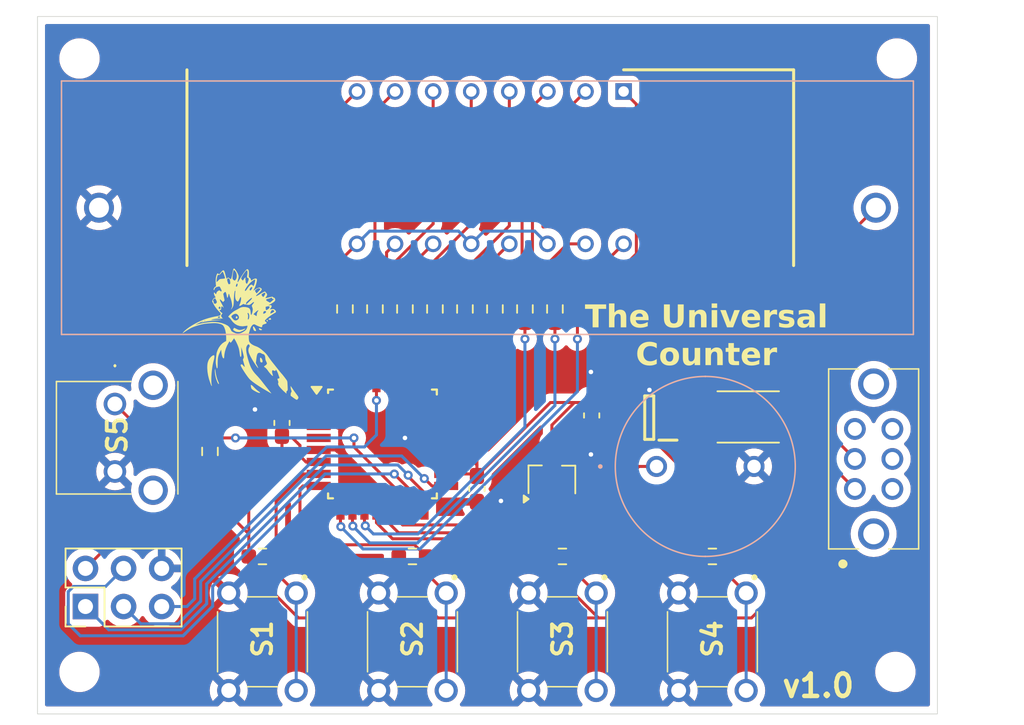
<source format=kicad_pcb>
(kicad_pcb (version 20240108) (generator "pcbnew") (generator_version "8.0")
  (layers (0 "F.Cu" signal) (31 "B.Cu" signal) (34 "B.Paste" user) (35 "F.Paste" user) (36 "B.SilkS" user "B.Silkscreen") (37 "F.SilkS" user "F.Silkscreen") (38 "B.Mask" user) (39 "F.Mask" user) (44 "Edge.Cuts" user))
  (net 0 "")
  (net 1 "GND")
  (net 2 "Net-(BT1-+)")
  (net 3 "VCC")
  (net 4 "/MISO")
  (net 5 "/RESET")
  (net 6 "/CCD1")
  (net 7 "/MOSI")
  (net 8 "Net-(PS1-SW)")
  (net 9 "/AD")
  (net 10 "/AE")
  (net 11 "/ADP")
  (net 12 "/AB")
  (net 13 "/AG")
  (net 14 "/AA")
  (net 15 "/AC")
  (net 16 "/AF")
  (net 17 "/CL3")
  (net 20 "/CCD2")
  (net 21 "/CCL12")
  (net 22 "/CCD4")
  (net 23 "/CCD3")
  (net 24 "/SCK")
  (net 27 "Net-(L1-Pad1)")
  (net 30 "/BEEP")
  (net 31 "Net-(LS1-+)")
  (net 36 "/SW1")
  (net 37 "/SW2")
  (net 38 "/SW3")
  (net 39 "/SW4")
  (net 40 "Net-(U2-PD2)")
  (net 41 "Net-(U2-PC4)")
  (net 42 "Net-(U2-PC5)")
  (net 43 "Net-(U2-PC2)")
  (net 44 "Net-(U2-PC1)")
  (net 45 "Net-(U2-PD3)")
  (net 46 "Net-(U2-PD6)")
  (net 47 "Net-(U2-PD7)")
  (footprint "Package_QFP:TQFP-32_7x7mm_P0.8mm" (layer "F.Cu") (at 66.5 52)
    (property "Reference" "U2" (hide yes))
    (property "Value" "ATmega8-16A" (hide yes))
    (pad "1" smd rect (at -4.25 -2.8) (size 1.6 0.55) (layers "F.Cu" "F.Paste" "F.Mask") (net 45 "Net-(U2-PD3)"))
    (pad "2" smd rect (at -4.25 -2) (size 1.6 0.55) (layers "F.Cu" "F.Paste" "F.Mask") (net 22 "/CCD4"))
    (pad "3" smd rect (at -4.25 -1.2) (size 1.6 0.55) (layers "F.Cu" "F.Paste" "F.Mask") (net 1 "GND"))
    (pad "4" smd rect (at -4.25 -0.4) (size 1.6 0.55) (layers "F.Cu" "F.Paste" "F.Mask") (net 3 "VCC"))
    (pad "5" smd rect (at -4.25 0.4) (size 1.6 0.55) (layers "F.Cu" "F.Paste" "F.Mask") (net 1 "GND"))
    (pad "6" smd rect (at -4.25 1.2) (size 1.6 0.55) (layers "F.Cu" "F.Paste" "F.Mask") (net 3 "VCC"))
    (pad "7" smd rect (at -4.25 2) (size 1.6 0.55) (layers "F.Cu" "F.Paste" "F.Mask") (net 36 "/SW1"))
    (pad "8" smd rect (at -4.25 2.8) (size 1.6 0.55) (layers "F.Cu" "F.Paste" "F.Mask") (net 37 "/SW2"))
    (pad "9" smd rect (at -2.8 4.25 90) (size 1.6 0.55) (layers "F.Cu" "F.Paste" "F.Mask") (net 6 "/CCD1"))
    (pad "10" smd rect (at -2 4.25 90) (size 1.6 0.55) (layers "F.Cu" "F.Paste" "F.Mask") (net 46 "Net-(U2-PD6)"))
    (pad "11" smd rect (at -1.2 4.25 90) (size 1.6 0.55) (layers "F.Cu" "F.Paste" "F.Mask") (net 47 "Net-(U2-PD7)"))
    (pad "12" smd rect (at -0.4 4.25 90) (size 1.6 0.55) (layers "F.Cu" "F.Paste" "F.Mask") (net 38 "/SW3"))
    (pad "13" smd rect (at 0.4 4.25 90) (size 1.6 0.55) (layers "F.Cu" "F.Paste" "F.Mask") (net 39 "/SW4"))
    (pad "14" smd rect (at 1.2 4.25 90) (size 1.6 0.55) (layers "F.Cu" "F.Paste" "F.Mask") (net 30 "/BEEP"))
    (pad "15" smd rect (at 2 4.25 90) (size 1.6 0.55) (layers "F.Cu" "F.Paste" "F.Mask") (net 7 "/MOSI"))
    (pad "16" smd rect (at 2.8 4.25 90) (size 1.6 0.55) (layers "F.Cu" "F.Paste" "F.Mask") (net 4 "/MISO"))
    (pad "17" smd rect (at 4.25 2.8) (size 1.6 0.55) (layers "F.Cu" "F.Paste" "F.Mask") (net 24 "/SCK"))
    (pad "18" smd rect (at 4.25 2) (size 1.6 0.55) (layers "F.Cu" "F.Paste" "F.Mask") (net 3 "VCC"))
    (pad "19" smd rect (at 4.25 1.2) (size 1.6 0.55) (layers "F.Cu" "F.Paste" "F.Mask") (net 3 "VCC"))
    (pad "20" smd rect (at 4.25 0.4) (size 1.6 0.55) (layers "F.Cu" "F.Paste" "F.Mask") (net 3 "VCC"))
    (pad "21" smd rect (at 4.25 -0.4) (size 1.6 0.55) (layers "F.Cu" "F.Paste" "F.Mask") (net 1 "GND"))
    (pad "22" smd rect (at 4.25 -1.2) (size 1.6 0.55) (layers "F.Cu" "F.Paste" "F.Mask") (net 3 "VCC"))
    (pad "23" smd rect (at 4.25 -2) (size 1.6 0.55) (layers "F.Cu" "F.Paste" "F.Mask") (net 20 "/CCD2"))
    (pad "24" smd rect (at 4.25 -2.8) (size 1.6 0.55) (layers "F.Cu" "F.Paste" "F.Mask") (net 44 "Net-(U2-PC1)"))
    (pad "25" smd rect (at 2.8 -4.25 90) (size 1.6 0.55) (layers "F.Cu" "F.Paste" "F.Mask") (net 43 "Net-(U2-PC2)"))
    (pad "26" smd rect (at 2 -4.25 90) (size 1.6 0.55) (layers "F.Cu" "F.Paste" "F.Mask") (net 21 "/CCL12"))
    (pad "27" smd rect (at 1.2 -4.25 90) (size 1.6 0.55) (layers "F.Cu" "F.Paste" "F.Mask") (net 41 "Net-(U2-PC4)"))
    (pad "28" smd rect (at 0.4 -4.25 90) (size 1.6 0.55) (layers "F.Cu" "F.Paste" "F.Mask") (net 42 "Net-(U2-PC5)"))
    (pad "29" smd rect (at -0.4 -4.25 90) (size 1.6 0.55) (layers "F.Cu" "F.Paste" "F.Mask") (net 5 "/RESET"))
    (pad "30" smd rect (at -1.2 -4.25 90) (size 1.6 0.55) (layers "F.Cu" "F.Paste" "F.Mask") (net 23 "/CCD3"))
    (pad "31" smd rect (at -2 -4.25 90) (size 1.6 0.55) (layers "F.Cu" "F.Paste" "F.Mask") (net 17 "/CL3"))
    (pad "32" smd rect (at -2.8 -4.25 90) (size 1.6 0.55) (layers "F.Cu" "F.Paste" "F.Mask") (net 40 "Net-(U2-PD2)"))
  )
  (footprint "MountingHole:MountingHole_2.2mm_M2" (layer "F.Cu") (at 46.3 26.3)
    (property "Reference" "REF**" (hide yes))
    (property "Value" "MountingHole_2.2mm_M2" (hide yes))
    (pad "" np_thru_hole circle (at 0 0) (size 2.2 2.2) (drill 2.2) (layers "F&B.Cu" "*.Mask"))
  )
  (footprint "Connector_PinHeader_2.54mm:PinHeader_2x03_P2.54mm_Vertical" (layer "F.Cu") (at 46.7 62.84 90)
    (property "Reference" "J1" (hide yes))
    (property "Value" "ISP" (hide yes))
    (pad "1" thru_hole rect (at 0 0 90) (size 1.7 1.7) (drill 1) (layers "*.Cu" "*.Mask") (net 4 "/MISO"))
    (pad "2" thru_hole oval (at 2.54 0 90) (size 1.7 1.7) (drill 1) (layers "*.Cu" "*.Mask") (net 3 "VCC"))
    (pad "3" thru_hole oval (at 0 2.54 90) (size 1.7 1.7) (drill 1) (layers "*.Cu" "*.Mask") (net 24 "/SCK"))
    (pad "4" thru_hole oval (at 2.54 2.54 90) (size 1.7 1.7) (drill 1) (layers "*.Cu" "*.Mask") (net 7 "/MOSI"))
    (pad "5" thru_hole oval (at 0 5.08 90) (size 1.7 1.7) (drill 1) (layers "*.Cu" "*.Mask") (net 5 "/RESET"))
    (pad "6" thru_hole oval (at 2.54 5.08 90) (size 1.7 1.7) (drill 1) (layers "*.Cu" "*.Mask") (net 1 "GND"))
  )
  (footprint "Resistor_SMD:R_0603_1608Metric_Pad0.98x0.95mm_HandSolder" (layer "F.Cu") (at 78.5 59.5)
    (property "Reference" "R3" (hide yes))
    (property "Value" "1k" (hide yes))
    (pad "1" smd roundrect (at -0.9125 0) (size 0.975 0.95) (layers "F.Cu" "F.Paste" "F.Mask") (net 3 "VCC"))
    (pad "2" smd roundrect (at 0.9125 0) (size 0.975 0.95) (layers "F.Cu" "F.Paste" "F.Mask") (net 38 "/SW3"))
  )
  (footprint "Resistor_SMD:R_0603_1608Metric_Pad0.98x0.95mm_HandSolder" (layer "F.Cu") (at 88.5 59.5)
    (property "Reference" "R4" (hide yes))
    (property "Value" "1k" (hide yes))
    (pad "1" smd roundrect (at -0.9125 0) (size 0.975 0.95) (layers "F.Cu" "F.Paste" "F.Mask") (net 3 "VCC"))
    (pad "2" smd roundrect (at 0.9125 0) (size 0.975 0.95) (layers "F.Cu" "F.Paste" "F.Mask") (net 39 "/SW4"))
  )
  (footprint "MyLibrary:FSM6JH" (layer "F.Cu") (at 90.75 61.94 90)
    (property "Reference" "S4" (at -3.06 -2.25 90) (layer "F.SilkS") (effects (font (size 1.27 1.27) (thickness 0.254))))
    (property "Value" "FSM6JH" (hide yes))
    (pad "1" thru_hole circle (at 0 0 90) (size 1.54 1.54) (drill 0.99) (layers "*.Cu" "*.Mask") (net 39 "/SW4"))
    (pad "2" thru_hole circle (at -6.5 0 90) (size 1.54 1.54) (drill 0.99) (layers "*.Cu" "*.Mask") (net 39 "/SW4"))
    (pad "3" thru_hole circle (at 0 -4.5 90) (size 1.54 1.54) (drill 0.99) (layers "*.Cu" "*.Mask") (net 1 "GND"))
    (pad "4" thru_hole circle (at -6.5 -4.5 90) (size 1.54 1.54) (drill 0.99) (layers "*.Cu" "*.Mask") (net 1 "GND"))
  )
  (footprint "MyLibrary:EG2208A" (layer "F.Cu") (at 99.25 53 90)
    (property "Reference" "S6" (hide yes))
    (property "Value" "EG2208A" (hide yes))
    (pad "1" thru_hole circle (at -2 -1.25 90) (size 1.447 1.447) (drill 0.93) (layers "*.Cu" "*.Mask") (net 27 "Net-(L1-Pad1)"))
    (pad "2" thru_hole circle (at 0 -1.25 90) (size 1.447 1.447) (drill 0.93) (layers "*.Cu" "*.Mask") (net 2 "Net-(BT1-+)"))
    (pad "3" thru_hole circle (at 2 -1.25 90) (size 1.447 1.447) (drill 0.93) (layers "*.Cu" "*.Mask"))
    (pad "4" thru_hole circle (at -2 1.25 90) (size 1.447 1.447) (drill 0.93) (layers "*.Cu" "*.Mask"))
    (pad "5" thru_hole circle (at 0 1.25 90) (size 1.447 1.447) (drill 0.93) (layers "*.Cu" "*.Mask"))
    (pad "6" thru_hole circle (at 2 1.25 90) (size 1.447 1.447) (drill 0.93) (layers "*.Cu" "*.Mask"))
    (pad "MH1" thru_hole circle (at -5 0 90) (size 2.07 2.07) (drill 1.38) (layers "*.Cu" "*.Mask"))
    (pad "MH2" thru_hole circle (at 5 0 90) (size 2.07 2.07) (drill 1.38) (layers "*.Cu" "*.Mask"))
  )
  (footprint "Resistor_SMD:R_0603_1608Metric_Pad0.98x0.95mm_HandSolder" (layer "F.Cu") (at 58.5 59.5)
    (property "Reference" "R1" (hide yes))
    (property "Value" "1k" (hide yes))
    (pad "1" smd roundrect (at -0.9125 0) (size 0.975 0.95) (layers "F.Cu" "F.Paste" "F.Mask") (net 3 "VCC"))
    (pad "2" smd roundrect (at 0.9125 0) (size 0.975 0.95) (layers "F.Cu" "F.Paste" "F.Mask") (net 36 "/SW1"))
  )
  (footprint "Resistor_SMD:R_0603_1608Metric_Pad0.98x0.95mm_HandSolder" (layer "F.Cu") (at 72 43 90)
    (property "Reference" "R8" (hide yes))
    (property "Value" "200" (hide yes))
    (pad "1" smd roundrect (at -0.9125 0 90) (size 0.975 0.95) (layers "F.Cu" "F.Paste" "F.Mask") (net 43 "Net-(U2-PC2)"))
    (pad "2" smd roundrect (at 0.9125 0 90) (size 0.975 0.95) (layers "F.Cu" "F.Paste" "F.Mask") (net 15 "/AC"))
  )
  (footprint "Resistor_SMD:R_0603_1608Metric_Pad0.98x0.95mm_HandSolder" (layer "F.Cu") (at 68.5 59.5)
    (property "Reference" "R2" (hide yes))
    (property "Value" "1k" (hide yes))
    (pad "1" smd roundrect (at -0.9125 0) (size 0.975 0.95) (layers "F.Cu" "F.Paste" "F.Mask") (net 3 "VCC"))
    (pad "2" smd roundrect (at 0.9125 0) (size 0.975 0.95) (layers "F.Cu" "F.Paste" "F.Mask") (net 37 "/SW2"))
  )
  (footprint "Resistor_SMD:R_0603_1608Metric_Pad0.98x0.95mm_HandSolder" (layer "F.Cu") (at 78 43 90)
    (property "Reference" "R7" (hide yes))
    (property "Value" "200" (hide yes))
    (pad "1" smd roundrect (at -0.9125 0 90) (size 0.975 0.95) (layers "F.Cu" "F.Paste" "F.Mask") (net 46 "Net-(U2-PD6)"))
    (pad "2" smd roundrect (at 0.9125 0 90) (size 0.975 0.95) (layers "F.Cu" "F.Paste" "F.Mask") (net 12 "/AB"))
  )
  (footprint "Package_TO_SOT_SMD:TSOT-23_HandSoldering" (layer "F.Cu") (at 77.7975 54.3925 90)
    (property "Reference" "Q1" (hide yes))
    (property "Value" "Q_NMOS_GSD" (hide yes))
    (pad "1" smd roundrect (at -1.71 -0.95 90) (size 2 0.65) (layers "F.Cu" "F.Paste" "F.Mask") (net 30 "/BEEP"))
    (pad "2" smd roundrect (at -1.71 0.95 90) (size 2 0.65) (layers "F.Cu" "F.Paste" "F.Mask") (net 31 "Net-(LS1-+)"))
    (pad "3" smd roundrect (at 1.71 0 90) (size 2 0.65) (layers "F.Cu" "F.Paste" "F.Mask") (net 3 "VCC"))
  )
  (footprint "Resistor_SMD:R_0603_1608Metric_Pad0.98x0.95mm_HandSolder" (layer "F.Cu") (at 66 43 90)
    (property "Reference" "R13" (hide yes))
    (property "Value" "200" (hide yes))
    (pad "1" smd roundrect (at -0.9125 0 90) (size 0.975 0.95) (layers "F.Cu" "F.Paste" "F.Mask") (net 40 "Net-(U2-PD2)"))
    (pad "2" smd roundrect (at 0.9125 0 90) (size 0.975 0.95) (layers "F.Cu" "F.Paste" "F.Mask") (net 11 "/ADP"))
  )
  (footprint "Resistor_SMD:R_0603_1608Metric_Pad0.98x0.95mm_HandSolder" (layer "F.Cu") (at 68 43 90)
    (property "Reference" "R11" (hide yes))
    (property "Value" "200" (hide yes))
    (pad "1" smd roundrect (at -0.9125 0 90) (size 0.975 0.95) (layers "F.Cu" "F.Paste" "F.Mask") (net 42 "Net-(U2-PC5)"))
    (pad "2" smd roundrect (at 0.9125 0 90) (size 0.975 0.95) (layers "F.Cu" "F.Paste" "F.Mask") (net 16 "/AF"))
  )
  (footprint "Capacitor_SMD:C_0603_1608Metric_Pad1.08x0.95mm_HandSolder" (layer "F.Cu") (at 80.45 50.1 -90)
    (property "Reference" "C1" (hide yes))
    (property "Value" "22uF" (hide yes))
    (pad "1" smd roundrect (at -0.8625 0 270) (size 1.075 0.95) (layers "F.Cu" "F.Paste" "F.Mask") (net 3 "VCC"))
    (pad "2" smd roundrect (at 0.8625 0 270) (size 1.075 0.95) (layers "F.Cu" "F.Paste" "F.Mask") (net 1 "GND"))
  )
  (footprint "LOGO" (layer "F.Cu") (at 56.8 44.8)
    (property "Reference" "G***" (hide yes))
    (property "Value" "LOGO" (hide yes))
  )
  (footprint "MountingHole:MountingHole_2.2mm_M2" (layer "F.Cu") (at 100.8 26.3)
    (property "Reference" "REF**" (hide yes))
    (property "Value" "MountingHole_2.2mm_M2" (hide yes))
    (pad "" np_thru_hole circle (at 0 0) (size 2.2 2.2) (drill 2.2) (layers "F&B.Cu" "*.Mask"))
  )
  (footprint "MyLibrary:PTS645VL392LFS" (layer "F.Cu") (at 48.6625 49.3375 -90)
    (property "Reference" "S5" (at 2.062 -0.15 -90) (layer "F.SilkS") (effects (font (size 1.27 1.27) (thickness 0.254))))
    (property "Value" "PTS645VL392LFS" (hide yes))
    (pad "1" thru_hole circle (at 0 0 270) (size 1.5 1.5) (drill 1) (layers "*.Cu" "*.Mask") (net 30 "/BEEP"))
    (pad "2" thru_hole circle (at 4.5 0 270) (size 1.5 1.5) (drill 1) (layers "*.Cu" "*.Mask") (net 1 "GND"))
    (pad "MH1" thru_hole circle (at -1.25 -2.55 270) (size 1.95 1.95) (drill 1.3) (layers "*.Cu" "*.Mask"))
    (pad "MH2" thru_hole circle (at 5.75 -2.55 270) (size 1.95 1.95) (drill 1.3) (layers "*.Cu" "*.Mask"))
  )
  (footprint "Resistor_SMD:R_0603_1608Metric_Pad0.98x0.95mm_HandSolder" (layer "F.Cu") (at 64 43 90)
    (property "Reference" "R6" (hide yes))
    (property "Value" "200" (hide yes))
    (pad "1" smd roundrect (at -0.9125 0 90) (size 0.975 0.95) (layers "F.Cu" "F.Paste" "F.Mask") (net 45 "Net-(U2-PD3)"))
    (pad "2" smd roundrect (at 0.9125 0 90) (size 0.975 0.95) (layers "F.Cu" "F.Paste" "F.Mask") (net 14 "/AA"))
  )
  (footprint "Resistor_SMD:R_0603_1608Metric_Pad0.98x0.95mm_HandSolder" (layer "F.Cu") (at 76 43 90)
    (property "Reference" "R12" (hide yes))
    (property "Value" "200" (hide yes))
    (pad "1" smd roundrect (at -0.9125 0 90) (size 0.975 0.95) (layers "F.Cu" "F.Paste" "F.Mask") (net 47 "Net-(U2-PD7)"))
    (pad "2" smd roundrect (at 0.9125 0 90) (size 0.975 0.95) (layers "F.Cu" "F.Paste" "F.Mask") (net 13 "/AG"))
  )
  (footprint "MyLibrary:FSM6JH" (layer "F.Cu") (at 60.75 61.94 90)
    (property "Reference" "S1" (at -3.06 -2.25 90) (layer "F.SilkS") (effects (font (size 1.27 1.27) (thickness 0.254))))
    (property "Value" "FSM6JH" (hide yes))
    (pad "1" thru_hole circle (at 0 0 90) (size 1.54 1.54) (drill 0.99) (layers "*.Cu" "*.Mask") (net 36 "/SW1"))
    (pad "2" thru_hole circle (at -6.5 0 90) (size 1.54 1.54) (drill 0.99) (layers "*.Cu" "*.Mask") (net 36 "/SW1"))
    (pad "3" thru_hole circle (at 0 -4.5 90) (size 1.54 1.54) (drill 0.99) (layers "*.Cu" "*.Mask") (net 1 "GND"))
    (pad "4" thru_hole circle (at -6.5 -4.5 90) (size 1.54 1.54) (drill 0.99) (layers "*.Cu" "*.Mask") (net 1 "GND"))
  )
  (footprint "Capacitor_SMD:C_0603_1608Metric_Pad1.08x0.95mm_HandSolder" (layer "F.Cu") (at 72.8 55 -90)
    (property "Reference" "C2" (hide yes))
    (property "Value" "100n" (hide yes))
    (pad "1" smd roundrect (at -0.8625 0 270) (size 1.075 0.95) (layers "F.Cu" "F.Paste" "F.Mask") (net 3 "VCC"))
    (pad "2" smd roundrect (at 0.8625 0 270) (size 1.075 0.95) (layers "F.Cu" "F.Paste" "F.Mask") (net 1 "GND"))
  )
  (footprint "MyLibrary:FSM6JH" (layer "F.Cu") (at 80.75 61.94 90)
    (property "Reference" "S3" (at -3.06 -2.25 90) (layer "F.SilkS") (effects (font (size 1.27 1.27) (thickness 0.254))))
    (property "Value" "FSM6JH" (hide yes))
    (pad "1" thru_hole circle (at 0 0 90) (size 1.54 1.54) (drill 0.99) (layers "*.Cu" "*.Mask") (net 38 "/SW3"))
    (pad "2" thru_hole circle (at -6.5 0 90) (size 1.54 1.54) (drill 0.99) (layers "*.Cu" "*.Mask") (net 38 "/SW3"))
    (pad "3" thru_hole circle (at 0 -4.5 90) (size 1.54 1.54) (drill 0.99) (layers "*.Cu" "*.Mask") (net 1 "GND"))
    (pad "4" thru_hole circle (at -6.5 -4.5 90) (size 1.54 1.54) (drill 0.99) (layers "*.Cu" "*.Mask") (net 1 "GND"))
  )
  (footprint "MyLibrary:SOT95P280X145-5N" (layer "F.Cu") (at 84.2875 50.245 180)
    (property "Reference" "PS1" (hide yes))
    (property "Value" "TPS613222A" (hide yes))
    (pad "1" smd rect (at -1.25 -0.95 270) (size 0.6 1.2) (layers "F.Cu" "F.Paste" "F.Mask") (net 8 "Net-(PS1-SW)"))
    (pad "2" smd rect (at -1.25 0 270) (size 0.6 1.2) (layers "F.Cu" "F.Paste" "F.Mask") (net 1 "GND"))
    (pad "3" smd rect (at -1.25 0.95 270) (size 0.6 1.2) (layers "F.Cu" "F.Paste" "F.Mask"))
    (pad "4" smd rect (at 1.25 0.95 270) (size 0.6 1.2) (layers "F.Cu" "F.Paste" "F.Mask") (net 3 "VCC"))
    (pad "5" smd rect (at 1.25 -0.95 270) (size 0.6 1.2) (layers "F.Cu" "F.Paste" "F.Mask"))
  )
  (footprint "MyLibrary:FSM6JH" (layer "F.Cu") (at 70.75 61.94 90)
    (property "Reference" "S2" (at -3.06 -2.25 90) (layer "F.SilkS") (effects (font (size 1.27 1.27) (thickness 0.254))))
    (property "Value" "FSM6JH" (hide yes))
    (pad "1" thru_hole circle (at 0 0 90) (size 1.54 1.54) (drill 0.99) (layers "*.Cu" "*.Mask") (net 37 "/SW2"))
    (pad "2" thru_hole circle (at -6.5 0 90) (size 1.54 1.54) (drill 0.99) (layers "*.Cu" "*.Mask") (net 37 "/SW2"))
    (pad "3" thru_hole circle (at 0 -4.5 90) (size 1.54 1.54) (drill 0.99) (layers "*.Cu" "*.Mask") (net 1 "GND"))
    (pad "4" thru_hole circle (at -6.5 -4.5 90) (size 1.54 1.54) (drill 0.99) (layers "*.Cu" "*.Mask") (net 1 "GND"))
  )
  (footprint "MountingHole:MountingHole_2.2mm_M2" (layer "F.Cu") (at 46.3 67.2)
    (property "Reference" "REF**" (hide yes))
    (property "Value" "MountingHole_2.2mm_M2" (hide yes))
    (pad "" np_thru_hole circle (at 0 0) (size 2.2 2.2) (drill 2.2) (layers "*.Cu" "*.Mask"))
  )
  (footprint "Resistor_SMD:R_0603_1608Metric_Pad0.98x0.95mm_HandSolder" (layer "F.Cu") (at 55 52.5 90)
    (property "Reference" "R5" (hide yes))
    (property "Value" "1k" (hide yes))
    (pad "1" smd roundrect (at -0.9125 0 90) (size 0.975 0.95) (layers "F.Cu" "F.Paste" "F.Mask") (net 3 "VCC"))
    (pad "2" smd roundrect (at 0.9125 0 90) (size 0.975 0.95) (layers "F.Cu" "F.Paste" "F.Mask") (net 30 "/BEEP"))
  )
  (footprint "Capacitor_SMD:C_0603_1608Metric_Pad1.08x0.95mm_HandSolder" (layer "F.Cu") (at 59.8 50.6 90)
    (property "Reference" "C3" (hide yes))
    (property "Value" "100n" (hide yes))
    (pad "1" smd roundrect (at -0.8625 0 90) (size 1.075 0.95) (layers "F.Cu" "F.Paste" "F.Mask") (net 3 "VCC"))
    (pad "2" smd roundrect (at 0.8625 0 90) (size 1.075 0.95) (layers "F.Cu" "F.Paste" "F.Mask") (net 1 "GND"))
  )
  (footprint "MyLibrary:DIPS1016W50P254L4020H725Q16N" (layer "F.Cu") (at 82.58 28.5 -90)
    (property "Reference" "DS1" (hide yes))
    (property "Value" "TDCR1060M" (hide yes))
    (pad "1" thru_hole rect (at 0 0 270) (size 1.1 1.1) (drill 0.7) (layers "*.Cu" "*.Mask") (net 6 "/CCD1"))
    (pad "2" thru_hole circle (at 0 2.54 270) (size 1.1 1.1) (drill 0.7) (layers "*.Cu" "*.Mask") (net 20 "/CCD2"))
    (pad "3" thru_hole circle (at 0 5.08 270) (size 1.1 1.1) (drill 0.7) (layers "*.Cu" "*.Mask") (net 9 "/AD"))
    (pad "4" thru_hole circle (at 0 7.62 270) (size 1.1 1.1) (drill 0.7) (layers "*.Cu" "*.Mask") (net 21 "/CCL12"))
    (pad "5" thru_hole circle (at 0 10.16 270) (size 1.1 1.1) (drill 0.7) (layers "*.Cu" "*.Mask") (net 10 "/AE"))
    (pad "6" thru_hole circle (at 0 12.7 270) (size 1.1 1.1) (drill 0.7) (layers "*.Cu" "*.Mask") (net 23 "/CCD3"))
    (pad "7" thru_hole circle (at 0 15.24 270) (size 1.1 1.1) (drill 0.7) (layers "*.Cu" "*.Mask") (net 11 "/ADP"))
    (pad "8" thru_hole circle (at 0 17.78 270) (size 1.1 1.1) (drill 0.7) (layers "*.Cu" "*.Mask") (net 22 "/CCD4"))
    (pad "9" thru_hole circle (at 10.16 17.78 270) (size 1.1 1.1) (drill 0.7) (layers "*.Cu" "*.Mask") (net 14 "/AA"))
    (pad "10" thru_hole circle (at 10.16 15.24 270) (size 1.1 1.1) (drill 0.7) (layers "*.Cu" "*.Mask") (net 17 "/CL3"))
    (pad "11" thru_hole circle (at 10.16 12.7 270) (size 1.1 1.1) (drill 0.7) (layers "*.Cu" "*.Mask") (net 16 "/AF"))
    (pad "12" thru_hole circle (at 10.16 10.16 270) (size 1.1 1.1) (drill 0.7) (layers "*.Cu" "*.Mask") (net 14 "/AA"))
    (pad "13" thru_hole circle (at 10.16 7.62 270) (size 1.1 1.1) (drill 0.7) (layers "*.Cu" "*.Mask") (net 15 "/AC"))
    (pad "14" thru_hole circle (at 10.16 5.08 270) (size 1.1 1.1) (drill 0.7) (layers "*.Cu" "*.Mask") (net 14 "/AA"))
    (pad "15" thru_hole circle (at 10.16 2.54 270) (size 1.1 1.1) (drill 0.7) (layers "*.Cu" "*.Mask") (net 13 "/AG"))
    (pad "16" thru_hole circle (at 10.16 0 270) (size 1.1 1.1) (drill 0.7) (layers "*.Cu" "*.Mask") (net 12 "/AB"))
  )
  (footprint "MountingHole:MountingHole_2.2mm_M2" (layer "F.Cu") (at 100.7 67.2)
    (property "Reference" "REF**" (hide yes))
    (property "Value" "MountingHole_2.2mm_M2" (hide yes))
    (pad "" np_thru_hole circle (at 0 0) (size 2.2 2.2) (drill 2.2) (layers "F&B.Cu" "*.Mask"))
  )
  (footprint "Resistor_SMD:R_0603_1608Metric_Pad0.98x0.95mm_HandSolder" (layer "F.Cu") (at 74 43 90)
    (property "Reference" "R9" (hide yes))
    (property "Value" "200" (hide yes))
    (pad "1" smd roundrect (at -0.9125 0 90) (size 0.975 0.95) (layers "F.Cu" "F.Paste" "F.Mask") (net 44 "Net-(U2-PC1)"))
    (pad "2" smd roundrect (at 0.9125 0 90) (size 0.975 0.95) (layers "F.Cu" "F.Paste" "F.Mask") (net 9 "/AD"))
  )
  (footprint "Resistor_SMD:R_0603_1608Metric_Pad0.98x0.95mm_HandSolder" (layer "F.Cu") (at 70 43 90)
    (property "Reference" "R10" (hide yes))
    (property "Value" "200" (hide yes))
    (pad "1" smd roundrect (at -0.9125 0 90) (size 0.975 0.95) (layers "F.Cu" "F.Paste" "F.Mask") (net 41 "Net-(U2-PC4)"))
    (pad "2" smd roundrect (at 0.9125 0 90) (size 0.975 0.95) (layers "F.Cu" "F.Paste" "F.Mask") (net 10 "/AE"))
  )
  (footprint "Inductor_SMD:L_2512_6332Metric_Pad1.52x3.35mm_HandSolder" (layer "F.Cu") (at 90.8875 50.2 180)
    (property "Reference" "L1" (hide yes))
    (property "Value" "4.7uH" (hide yes))
    (pad "1" smd roundrect (at -2.9875 0 180) (size 1.525 3.35) (layers "F.Cu" "F.Paste" "F.Mask") (roundrect_rratio 0.163934) (net 27 "Net-(L1-Pad1)"))
    (pad "2" smd roundrect (at 2.9875 0 180) (size 1.525 3.35) (layers "F.Cu" "F.Paste" "F.Mask") (roundrect_rratio 0.163934) (net 8 "Net-(PS1-SW)"))
  )
  (footprint "MyLibrary:PB1220P05Q" (layer "B.Cu") (at 84.775 53.5 90)
    (property "Reference" "LS1" (hide yes))
    (property "Value" "PB-1220P-05Q" (hide yes))
    (pad "1" thru_hole circle (at 0 0 90) (size 1.4 1.4) (drill 0.9) (layers "*.Cu" "*.Mask") (net 31 "Net-(LS1-+)"))
    (pad "2" thru_hole circle (at 0 6.5 90) (size 1.4 1.4) (drill 0.9) (layers "*.Cu" "*.Mask") (net 1 "GND"))
  )
  (footprint "MyLibrary:12BH311PRGR" (layer "B.Cu") (at 99.4 36.25 180)
    (property "Reference" "BT1" (hide yes))
    (property "Value" "Battery_Cell" (hide yes))
    (pad "1" thru_hole circle (at 0 0 180) (size 1.995 1.995) (drill 1.33) (layers "*.Cu" "*.Mask") (net 2 "Net-(BT1-+)"))
    (pad "2" thru_hole circle (at 51.8 0 180) (size 1.995 1.995) (drill 1.33) (layers "*.Cu" "*.Mask") (net 1 "GND"))
  )
  (gr_rect (start 43.5 23.5) (end 103.5 70) (stroke (width 0.05)) (fill none) (layer "Edge.Cuts"))
  (gr_text "v1.0" (at 93 69 0) (layer "F.SilkS") (effects (font (size 1.5 1.5) (thickness 0.3) (bold yes)) (justify left bottom)))
  (gr_text "The Universal\nCounter" (at 88.1 47 0) (layer "F.SilkS") (effects (font (size 1.5 1.5) (thickness 0.2) (bold yes)) (justify bottom)))
  (segment (start 63.7 50.8) (end 63.9 50.6) (width 0.2) (layer "F.Cu") (net 1))
  (segment (start 63.9 50.6) (end 65.5 50.6) (width 0.2) (layer "F.Cu") (net 1))
  (segment (start 66.5 51.6) (end 68 51.6) (width 0.2) (layer "F.Cu") (net 1))
  (segment (start 84.3 48.4) (end 84.3 49.8075) (width 0.2) (layer "F.Cu") (net 1))
  (segment (start 68 51.6) (end 70.75 51.6) (width 0.2) (layer "F.Cu") (net 1))
  (segment (start 63.7 52.4) (end 63.7 50.8) (width 0.2) (layer "F.Cu") (net 1))
  (segment (start 84.7375 50.245) (end 85.5375 50.245) (width 0.2) (layer "F.Cu") (net 1))
  (segment (start 62.25 52.4) (end 63.7 52.4) (width 0.2) (layer "F.Cu") (net 1))
  (segment (start 62.25 50.8) (end 63.7 50.8) (width 0.2) (layer "F.Cu") (net 1))
  (segment (start 84.3 49.8075) (end 84.7375 50.245) (width 0.2) (layer "F.Cu") (net 1))
  (segment (start 65.5 50.6) (end 66.5 51.6) (width 0.2) (layer "F.Cu") (net 1))
  (via (at 80.4 47.2) (size 0.6) (drill 0.3) (layers "F.Cu" "B.Cu") (net 1))
  (via (at 68 51.6) (size 0.6) (drill 0.3) (layers "F.Cu" "B.Cu") (net 1))
  (via (at 84.3 48.4) (size 0.6) (drill 0.3) (layers "F.Cu" "B.Cu") (net 1))
  (via (at 58 49.7) (size 0.6) (drill 0.3) (layers "F.Cu" "B.Cu") (net 1))
  (via (at 74.4 55.8) (size 0.6) (drill 0.3) (layers "F.Cu" "B.Cu") (net 1))
  (via (at 80.4 52.7) (size 0.6) (drill 0.3) (layers "F.Cu" "B.Cu") (net 1))
  (segment (start 96.7 38.95) (end 96.7 51.7) (width 0.2) (layer "F.Cu") (net 2))
  (segment (start 96.7 51.7) (end 98 53) (width 0.2) (layer "F.Cu") (net 2))
  (segment (start 99.4 36.25) (end 96.7 38.95) (width 0.2) (layer "F.Cu") (net 2))
  (segment (start 77.5875 60.290709) (end 80.306791 63.01) (width 0.2) (layer "F.Cu") (net 3))
  (segment (start 77.7975 50.74) (end 79.3 49.2375) (width 0.2) (layer "F.Cu") (net 3))
  (segment (start 72.6 53.2) (end 72.8 53.4) (width 0.2) (layer "F.Cu") (net 3))
  (segment (start 56.5875 57) (end 57.5875 58) (width 0.2) (layer "F.Cu") (net 3))
  (segment (start 59.8 53.05) (end 59.8 51.4625) (width 0.2) (layer "F.Cu") (net 3))
  (segment (start 72.8 51) (end 72.8 52.9) (width 0.2) (layer "F.Cu") (net 3))
  (segment (start 77.7975 52.6825) (end 77.7975 50.74) (width 0.2) (layer "F.Cu") (net 3))
  (segment (start 60.896791 63.6) (end 70.2 63.6) (width 0.2) (layer "F.Cu") (net 3))
  (segment (start 59.9375 51.6) (end 59.8 51.4625) (width 0.2) (layer "F.Cu") (net 3))
  (segment (start 70.75 54) (end 72.6625 54) (width 0.2) (layer "F.Cu") (net 3))
  (segment (start 72.8 52.6) (end 72.8 52.9) (width 0.2) (layer "F.Cu") (net 3))
  (segment (start 61.4 53.2) (end 61 52.8) (width 0.2) (layer "F.Cu") (net 3))
  (segment (start 79.3 49.2375) (end 77.7 49.2375) (width 0.2) (layer "F.Cu") (net 3))
  (segment (start 61 52.8) (end 61 52.1) (width 0.2) (layer "F.Cu") (net 3))
  (segment (start 57.5875 59.5) (end 57.5875 58) (width 0.2) (layer "F.Cu") (net 3))
  (segment (start 88.4 59.8125) (end 88.4 62.4) (width 0.2) (layer "F.Cu") (net 3))
  (segment (start 72.6625 54) (end 72.8 54.1375) (width 0.2) (layer "F.Cu") (net 3))
  (segment (start 70.75 52.4) (end 72.6 52.4) (width 0.2) (layer "F.Cu") (net 3))
  (segment (start 62.25 53.2) (end 61.4 53.2) (width 0.2) (layer "F.Cu") (net 3))
  (segment (start 88.4 62.4) (end 89.6 63.6) (width 0.2) (layer "F.Cu") (net 3))
  (segment (start 77.5875 59.5) (end 77.5875 60.290709) (width 0.2) (layer "F.Cu") (net 3))
  (segment (start 91.103209 63.6) (end 92.32 62.383209) (width 0.2) (layer "F.Cu") (net 3))
  (segment (start 57.5875 59.5) (end 57.5875 60.290709) (width 0.2) (layer "F.Cu") (net 3))
  (segment (start 88.0875 59.5) (end 88.4 59.8125) (width 0.2) (layer "F.Cu") (net 3))
  (segment (start 80.9 63.6) (end 89.6 63.6) (width 0.2) (layer "F.Cu") (net 3))
  (segment (start 61 52.1) (end 60.5 51.6) (width 0.2) (layer "F.Cu") (net 3))
  (segment (start 69.6 63.01) (end 69.61 63.01) (width 0.2) (layer "F.Cu") (net 3))
  (segment (start 83.9375 51.095) (end 83.9375 50.195) (width 0.2) (layer "F.Cu") (net 3))
  (segment (start 80.306791 63.01) (end 80.31 63.01) (width 0.2) (layer "F.Cu") (net 3))
  (segment (start 57.5875 60.290709) (end 60.896791 63.6) (width 0.2) (layer "F.Cu") (net 3))
  (segment (start 57.5875 55.2625) (end 55.7375 53.4125) (width 0.2) (layer "F.Cu") (net 3))
  (segment (start 69.61 63.01) (end 70.2 63.6) (width 0.2) (layer "F.Cu") (net 3))
  (segment (start 89.6 63.6) (end 91.103209 63.6) (width 0.2) (layer "F.Cu") (net 3))
  (segment (start 72.6 52.4) (end 72.8 52.6) (width 0.2) (layer "F.Cu") (net 3))
  (segment (start 57.5875 58) (end 57.5875 55.2625) (width 0.2) (layer "F.Cu") (net 3))
  (segment (start 72.8 52.9) (end 72.8 54.1375) (width 0.2) (layer "F.Cu") (net 3))
  (segment (start 56.5875 57) (end 50 57) (width 0.2) (layer "F.Cu") (net 3))
  (segment (start 80.45 49.2375) (end 81.15 49.2375) (width 0.2) (layer "F.Cu") (net 3))
  (segment (start 57.5875 55.2625) (end 59.8 53.05) (width 0.2) (layer "F.Cu") (net 3))
  (segment (start 67.5875 60.9975) (end 69.6 63.01) (width 0.2) (layer "F.Cu") (net 3))
  (segment (start 70.75 53.2) (end 72.6 53.2) (width 0.2) (layer "F.Cu") (net 3))
  (segment (start 92.32 59.4775) (end 83.9375 51.095) (width 0.2) (layer "F.Cu") (net 3))
  (segment (start 80.45 49.2375) (end 79.3 49.2375) (width 0.2) (layer "F.Cu") (net 3))
  (segment (start 75.41875 51.51875) (end 72.8 54.1375) (width 0.2) (layer "F.Cu") (net 3))
  (segment (start 67.5875 59.5) (end 67.5875 60.9975) (width 0.2) (layer "F.Cu") (net 3))
  (segment (start 72.6 50.8) (end 72.8 51) (width 0.2) (layer "F.Cu") (net 3))
  (segment (start 77.7 49.2375) (end 75.41875 51.51875) (width 0.2) (layer "F.Cu") (net 3))
  (segment (start 70.2 63.6) (end 80.9 63.6) (width 0.2) (layer "F.Cu") (net 3))
  (segment (start 81.15 49.2375) (end 81.2075 49.295) (width 0.2) (layer "F.Cu") (net 3))
  (segment (start 50 57) (end 46.7 60.3) (width 0.2) (layer "F.Cu") (net 3))
  (segment (start 60.5 51.6) (end 59.9375 51.6) (width 0.2) (layer "F.Cu") (net 3))
  (segment (start 55.7375 53.4125) (end 55 53.4125) (width 0.2) (layer "F.Cu") (net 3))
  (segment (start 80.31 63.01) (end 80.9 63.6) (width 0.2) (layer "F.Cu") (net 3))
  (segment (start 92.32 62.383209) (end 92.32 59.4775) (width 0.2) (layer "F.Cu") (net 3))
  (segment (start 81.2075 49.295) (end 83.0375 49.295) (width 0.2) (layer "F.Cu") (net 3))
  (segment (start 83.9375 50.195) (end 83.0375 49.295) (width 0.2) (layer "F.Cu") (net 3))
  (segment (start 62.25 51.6) (end 60.5 51.6) (width 0.2) (layer "F.Cu") (net 3))
  (segment (start 70.75 50.8) (end 72.6 50.8) (width 0.2) (layer "F.Cu") (net 3))
  (segment (start 68.215591 54.165591) (end 69.3 55.25) (width 0.2) (layer "F.Cu") (net 4))
  (segment (start 68.215591 54.084409) (end 68.215591 54.165591) (width 0.2) (layer "F.Cu") (net 4))
  (segment (start 69.3 55.25) (end 69.3 56.25) (width 0.2) (layer "F.Cu") (net 4))
  (via (at 68.215591 54.084409) (size 0.6) (drill 0.3) (layers "F.Cu" "B.Cu") (net 4))
  (segment (start 54.78 61.331106) (end 54.78 62.654314) (width 0.2) (layer "B.Cu") (net 4))
  (segment (start 53.044313 64.39) (end 48.25 64.39) (width 0.2) (layer "B.Cu") (net 4))
  (segment (start 54.78 62.654314) (end 53.044313 64.39) (width 0.2) (layer "B.Cu") (net 4))
  (segment (start 67.531182 53.4) (end 62.711106 53.4) (width 0.2) (layer "B.Cu") (net 4))
  (segment (start 48.25 64.39) (end 46.7 62.84) (width 0.2) (layer "B.Cu") (net 4))
  (segment (start 62.711106 53.4) (end 54.78 61.331106) (width 0.2) (layer "B.Cu") (net 4))
  (segment (start 68.215591 54.084409) (end 67.531182 53.4) (width 0.2) (layer "B.Cu") (net 4))
  (segment (start 66.1 49.1) (end 66.1 47.75) (width 0.2) (layer "F.Cu") (net 5))
  (via (at 66.1 49.1) (size 0.6) (drill 0.3) (layers "F.Cu" "B.Cu") (net 5))
  (segment (start 53.462942 62.84) (end 51.78 62.84) (width 0.2) (layer "B.Cu") (net 5))
  (segment (start 65.3 52.2) (end 62.779736 52.2) (width 0.2) (layer "B.Cu") (net 5))
  (segment (start 62.779736 52.2) (end 53.98 60.999736) (width 0.2) (layer "B.Cu") (net 5))
  (segment (start 66.1 51.4) (end 65.3 52.2) (width 0.2) (layer "B.Cu") (net 5))
  (segment (start 66.1 49.1) (end 66.1 51.4) (width 0.2) (layer "B.Cu") (net 5))
  (segment (start 53.98 60.999736) (end 53.98 62.322942) (width 0.2) (layer "B.Cu") (net 5))
  (segment (start 53.98 62.322942) (end 53.462942 62.84) (width 0.2) (layer "B.Cu") (net 5))
  (segment (start 63.7 57.487606) (end 63.725118 57.512724) (width 0.2) (layer "F.Cu") (net 6))
  (segment (start 79.5 43.25) (end 83.43 39.32) (width 0.2) (layer "F.Cu") (net 6))
  (segment (start 83.43 39.32) (end 83.43 29.35) (width 0.2) (layer "F.Cu") (net 6))
  (segment (start 79.5 45) (end 79.5 43.25) (width 0.2) (layer "F.Cu") (net 6))
  (segment (start 63.7 56.25) (end 63.7 57.487606) (width 0.2) (layer "F.Cu") (net 6))
  (segment (start 83.43 29.35) (end 82.58 28.5) (width 0.2) (layer "F.Cu") (net 6))
  (via (at 79.5 45) (size 0.6) (drill 0.3) (layers "F.Cu" "B.Cu") (net 6))
  (via (at 63.725118 57.512724) (size 0.6) (drill 0.3) (layers "F.Cu" "B.Cu") (net 6))
  (segment (start 63.725118 57.525117) (end 63.725118 57.512724) (width 0.2) (layer "B.Cu") (net 6))
  (segment (start 79.5 48.5) (end 69 59) (width 0.2) (layer "B.Cu") (net 6))
  (segment (start 79.5 45) (end 79.5 48.5) (width 0.2) (layer "B.Cu") (net 6))
  (segment (start 65.200001 59) (end 63.725118 57.525117) (width 0.2) (layer "B.Cu") (net 6))
  (segment (start 69 59) (end 65.200001 59) (width 0.2) (layer "B.Cu") (net 6))
  (segment (start 67.291326 54.008674) (end 68.5 55.217348) (width 0.2) (layer "F.Cu") (net 7))
  (segment (start 68.5 55.217348) (end 68.5 56.25) (width 0.2) (layer "F.Cu") (net 7))
  (via (at 67.291326 54.008674) (size 0.6) (drill 0.3) (layers "F.Cu" "B.Cu") (net 7))
  (segment (start 46.35 64.79) (end 45.55 63.99) (width 0.2) (layer "B.Cu") (net 7))
  (segment (start 53.209998 64.79) (end 46.35 64.79) (width 0.2) (layer "B.Cu") (net 7))
  (segment (start 55.18 62.82) (end 53.35 64.65) (width 0.2) (layer "B.Cu") (net 7))
  (segment (start 53.35 64.65) (end 53.209998 64.79) (width 0.2) (layer "B.Cu") (net 7))
  (segment (start 45.55 61.85) (end 45.9 61.5) (width 0.2) (layer "B.Cu") (net 7))
  (segment (start 53.35 64.65) (end 53.25 64.75) (width 0.2) (layer "B.Cu") (net 7))
  (segment (start 48.04 61.5) (end 49.24 60.3) (width 0.2) (layer "B.Cu") (net 7))
  (segment (start 67.282652 54) (end 62.676791 54) (width 0.2) (layer "B.Cu") (net 7))
  (segment (start 45.9 61.5) (end 48.04 61.5) (width 0.2) (layer "B.Cu") (net 7))
  (segment (start 45.55 63.99) (end 45.55 61.85) (width 0.2) (layer "B.Cu") (net 7))
  (segment (start 55.18 61.496791) (end 55.18 62.82) (width 0.2) (layer "B.Cu") (net 7))
  (segment (start 67.291326 54.008674) (end 67.282652 54) (width 0.2) (layer "B.Cu") (net 7))
  (segment (start 62.676791 54) (end 55.18 61.496791) (width 0.2) (layer "B.Cu") (net 7))
  (segment (start 87.9 50.2) (end 86.905 51.195) (width 0.2) (layer "F.Cu") (net 8))
  (segment (start 86.905 51.195) (end 85.5375 51.195) (width 0.2) (layer "F.Cu") (net 8))
  (segment (start 75.81 40.2775) (end 75.81 30.19) (width 0.2) (layer "F.Cu") (net 9))
  (segment (start 75.81 30.19) (end 77.5 28.5) (width 0.2) (layer "F.Cu") (net 9))
  (segment (start 74 42.0875) (end 75.81 40.2775) (width 0.2) (layer "F.Cu") (net 9))
  (segment (start 70 39.742082) (end 72.42 37.322082) (width 0.2) (layer "F.Cu") (net 10))
  (segment (start 70 42.0875) (end 70 39.742082) (width 0.2) (layer "F.Cu") (net 10))
  (segment (start 72.42 37.322082) (end 72.42 28.5) (width 0.2) (layer "F.Cu") (net 10))
  (segment (start 66 29.84) (end 67.34 28.5) (width 0.2) (layer "F.Cu") (net 11))
  (segment (start 66 42.0875) (end 66 29.84) (width 0.2) (layer "F.Cu") (net 11))
  (segment (start 78 41.5) (end 78.75 40.75) (width 0.2) (layer "F.Cu") (net 12))
  (segment (start 78.75 40.75) (end 80.49 40.75) (width 0.2) (layer "F.Cu") (net 12))
  (segment (start 78 42.0875) (end 78 41.5) (width 0.2) (layer "F.Cu") (net 12))
  (segment (start 80.49 40.75) (end 82.58 38.66) (width 0.2) (layer "F.Cu") (net 12))
  (segment (start 76 41.5) (end 78.84 38.66) (width 0.2) (layer "F.Cu") (net 13))
  (segment (start 78.84 38.66) (end 80.04 38.66) (width 0.2) (layer "F.Cu") (net 13))
  (segment (start 76 42.0875) (end 76 41.5) (width 0.2) (layer "F.Cu") (net 13))
  (segment (start 64 42.0875) (end 64 39.46) (width 0.2) (layer "F.Cu") (net 14))
  (segment (start 64 39.46) (end 64.8 38.66) (width 0.2) (layer "F.Cu") (net 14))
  (segment (start 64.8 38.66) (end 65.65 37.81) (width 0.2) (layer "B.Cu") (net 14))
  (segment (start 73.27 37.81) (end 76.65 37.81) (width 0.2) (layer "B.Cu") (net 14))
  (segment (start 72.42 38.66) (end 73.27 37.81) (width 0.2) (layer "B.Cu") (net 14))
  (segment (start 76.65 37.81) (end 77.5 38.66) (width 0.2) (layer "B.Cu") (net 14))
  (segment (start 71.57 37.81) (end 72.42 38.66) (width 0.2) (layer "B.Cu") (net 14))
  (segment (start 65.65 37.81) (end 71.57 37.81) (width 0.2) (layer "B.Cu") (net 14))
  (segment (start 72 42.0875) (end 72 41.62) (width 0.2) (layer "F.Cu") (net 15))
  (segment (start 72 41.62) (end 74.96 38.66) (width 0.2) (layer "F.Cu") (net 15))
  (segment (start 68 42.0875) (end 68 40.54) (width 0.2) (layer "F.Cu") (net 16))
  (segment (start 68 40.54) (end 69.88 38.66) (width 0.2) (layer "F.Cu") (net 16))
  (segment (start 64.5 46.4) (end 66.2 44.7) (width 0.2) (layer "F.Cu") (net 17))
  (segment (start 66.466722 44.7) (end 66.775 44.391722) (width 0.2) (layer "F.Cu") (net 17))
  (segment (start 66.2 44.7) (end 66.466722 44.7) (width 0.2) (layer "F.Cu") (net 17))
  (segment (start 64.5 47.75) (end 64.5 46.4) (width 0.2) (layer "F.Cu") (net 17))
  (segment (start 66.775 39.225) (end 67.34 38.66) (width 0.2) (layer "F.Cu") (net 17))
  (segment (start 66.775 44.391722) (end 66.775 39.225) (width 0.2) (layer "F.Cu") (net 17))
  (segment (start 76.5 40.153186) (end 74.775 41.878186) (width 0.2) (layer "F.Cu") (net 20))
  (segment (start 71.75 50) (end 70.75 50) (width 0.2) (layer "F.Cu") (net 20))
  (segment (start 74.775 41.878186) (end 74.775 46.975) (width 0.2) (layer "F.Cu") (net 20))
  (segment (start 76.5 32.04) (end 76.5 40.153186) (width 0.2) (layer "F.Cu") (net 20))
  (segment (start 80.04 28.5) (end 76.5 32.04) (width 0.2) (layer "F.Cu") (net 20))
  (segment (start 74.775 46.975) (end 71.75 50) (width 0.2) (layer "F.Cu") (net 20))
  (segment (start 71 41.417918) (end 74.96 37.457918) (width 0.2) (layer "F.Cu") (net 21))
  (segment (start 68.5 47.75) (end 68.5 46.3) (width 0.2) (layer "F.Cu") (net 21))
  (segment (start 70.466722 44.7) (end 71 44.166722) (width 0.2) (layer "F.Cu") (net 21))
  (segment (start 68.5 46.3) (end 70.1 44.7) (width 0.2) (layer "F.Cu") (net 21))
  (segment (start 74.96 37.457918) (end 74.96 28.5) (width 0.2) (layer "F.Cu") (net 21))
  (segment (start 71 44.166722) (end 71 41.417918) (width 0.2) (layer "F.Cu") (net 21))
  (segment (start 70.1 44.7) (end 70.466722 44.7) (width 0.2) (layer "F.Cu") (net 21))
  (segment (start 60.9 45.6) (end 63.225 43.275) (width 0.2) (layer "F.Cu") (net 22))
  (segment (start 60.9 49.65) (end 60.9 45.6) (width 0.2) (layer "F.Cu") (net 22))
  (segment (start 63.225 43.275) (end 63.225 30.075) (width 0.2) (layer "F.Cu") (net 22))
  (segment (start 62.25 50) (end 61.25 50) (width 0.2) (layer "F.Cu") (net 22))
  (segment (start 61.25 50) (end 60.9 49.65) (width 0.2) (layer "F.Cu") (net 22))
  (segment (start 63.225 30.075) (end 64.8 28.5) (width 0.2) (layer "F.Cu") (net 22))
  (segment (start 65.3 46.490686) (end 67.225 44.565685) (width 0.2) (layer "F.Cu") (net 23))
  (segment (start 67.225 39.977082) (end 69.88 37.322082) (width 0.2) (layer "F.Cu") (net 23))
  (segment (start 65.3 47.75) (end 65.3 46.490686) (width 0.2) (layer "F.Cu") (net 23))
  (segment (start 67.225 44.565685) (end 67.225 39.977082) (width 0.2) (layer "F.Cu") (net 23))
  (segment (start 69.88 37.322082) (end 69.88 28.5) (width 0.2) (layer "F.Cu") (net 23))
  (segment (start 69.289856 54.310144) (end 69.310144 54.310144) (width 0.2) (layer "F.Cu") (net 24))
  (segment (start 69.310144 54.310144) (end 69.8 54.8) (width 0.2) (layer "F.Cu") (net 24))
  (segment (start 69.8 54.8) (end 70.75 54.8) (width 0.2) (layer "F.Cu") (net 24))
  (via (at 69.289856 54.310144) (size 0.6) (drill 0.3) (layers "F.Cu" "B.Cu") (net 24))
  (segment (start 54.38 61.165421) (end 54.38 62.488628) (width 0.2) (layer "B.Cu") (net 24))
  (segment (start 69.289856 54.310144) (end 67.779712 52.8) (width 0.2) (layer "B.Cu") (net 24))
  (segment (start 67.779712 52.8) (end 62.745421 52.8) (width 0.2) (layer "B.Cu") (net 24))
  (segment (start 52.878628 63.99) (end 50.39 63.99) (width 0.2) (layer "B.Cu") (net 24))
  (segment (start 54.38 62.488628) (end 52.878628 63.99) (width 0.2) (layer "B.Cu") (net 24))
  (segment (start 62.745421 52.8) (end 54.38 61.165421) (width 0.2) (layer "B.Cu") (net 24))
  (segment (start 50.39 63.99) (end 49.24 62.84) (width 0.2) (layer "B.Cu") (net 24))
  (segment (start 93.875 50.2) (end 93.875 50.875) (width 0.2) (layer "F.Cu") (net 27))
  (segment (start 93.875 50.875) (end 98 55) (width 0.2) (layer "F.Cu") (net 27))
  (segment (start 75.55 57.4) (end 76.8475 56.1025) (width 0.2) (layer "F.Cu") (net 30))
  (segment (start 67.85 57.4) (end 75.55 57.4) (width 0.2) (layer "F.Cu") (net 30))
  (segment (start 55.0125 51.6) (end 55 51.5875) (width 0.2) (layer "F.Cu") (net 30))
  (segment (start 64.6 52.2) (end 67.7 55.3) (width 0.2) (layer "F.Cu") (net 30))
  (segment (start 67.7 56.25) (end 67.7 57.25) (width 0.2) (layer "F.Cu") (net 30))
  (segment (start 50.9125 51.5875) (end 48.6625 49.3375) (width 0.2) (layer "F.Cu") (net 30))
  (segment (start 64.6 51.6) (end 64.6 52.2) (width 0.2) (layer "F.Cu") (net 30))
  (segment (start 67.7 57.25) (end 67.85 57.4) (width 0.2) (layer "F.Cu") (net 30))
  (segment (start 56.7 51.6) (end 55.0125 51.6) (width 0.2) (layer "F.Cu") (net 30))
  (segment (start 55 51.5875) (end 50.9125 51.5875) (width 0.2) (layer "F.Cu") (net 30))
  (segment (start 67.7 55.3) (end 67.7 56.25) (width 0.2) (layer "F.Cu") (net 30))
  (via (at 64.6 51.6) (size 0.6) (drill 0.3) (layers "F.Cu" "B.Cu") (net 30))
  (via (at 56.7 51.6) (size 0.6) (drill 0.3) (layers "F.Cu" "B.Cu") (net 30))
  (segment (start 64.6 51.6) (end 56.7 51.6) (width 0.2) (layer "B.Cu") (net 30))
  (segment (start 78.7475 56.1025) (end 80.9975 56.1025) (width 0.2) (layer "F.Cu") (net 31))
  (segment (start 80.9975 56.1025) (end 83.6 53.5) (width 0.2) (layer "F.Cu") (net 31))
  (segment (start 83.6 53.5) (end 84.775 53.5) (width 0.2) (layer "F.Cu") (net 31))
  (segment (start 61.25 54) (end 59.4125 55.8375) (width 0.2) (layer "F.Cu") (net 36))
  (segment (start 59.4125 60.6025) (end 60.75 61.94) (width 0.2) (layer "F.Cu") (net 36))
  (segment (start 62.25 54) (end 61.25 54) (width 0.2) (layer "F.Cu") (net 36))
  (segment (start 59.4125 59.5) (end 59.4125 60.6025) (width 0.2) (layer "F.Cu") (net 36))
  (segment (start 59.4125 55.8375) (end 59.4125 59.5) (width 0.2) (layer "F.Cu") (net 36))
  (segment (start 60.75 61.94) (end 60.75 68.44) (width 0.2) (layer "B.Cu") (net 36))
  (segment (start 61.725 58.725) (end 68.6375 58.725) (width 0.2) (layer "F.Cu") (net 37))
  (segment (start 61 58) (end 61.725 58.725) (width 0.2) (layer "F.Cu") (net 37))
  (segment (start 62.25 54.8) (end 61.2 54.8) (width 0.2) (layer "F.Cu") (net 37))
  (segment (start 61 55) (end 61 58) (width 0.2) (layer "F.Cu") (net 37))
  (segment (start 61.2 54.8) (end 61 55) (width 0.2) (layer "F.Cu") (net 37))
  (segment (start 69.4125 60.6025) (end 70.75 61.94) (width 0.2) (layer "F.Cu") (net 37))
  (segment (start 68.6375 58.725) (end 69.4125 59.5) (width 0.2) (layer "F.Cu") (net 37))
  (segment (start 69.4125 59.5) (end 69.4125 60.6025) (width 0.2) (layer "F.Cu") (net 37))
  (segment (start 70.75 61.94) (end 70.75 68.44) (width 0.2) (layer "B.Cu") (net 37))
  (segment (start 66.1 56.25) (end 66.1 57.25) (width 0.2) (layer "F.Cu") (net 38))
  (segment (start 79.4125 59.5) (end 79.4125 60.6025) (width 0.2) (layer "F.Cu") (net 38))
  (segment (start 78.2375 58.325) (end 79.4125 59.5) (width 0.2) (layer "F.Cu") (net 38))
  (segment (start 67.175 58.325) (end 78.2375 58.325) (width 0.2) (layer "F.Cu") (net 38))
  (segment (start 79.4125 60.6025) (end 80.75 61.94) (width 0.2) (layer "F.Cu") (net 38))
  (segment (start 66.1 57.25) (end 67.175 58.325) (width 0.2) (layer "F.Cu") (net 38))
  (segment (start 80.75 68.44) (end 80.75 61.94) (width 0.2) (layer "B.Cu") (net 38))
  (segment (start 89.4125 60.6025) (end 90.75 61.94) (width 0.2) (layer "F.Cu") (net 39))
  (segment (start 67.575 57.925) (end 87.8375 57.925) (width 0.2) (layer "F.Cu") (net 39))
  (segment (start 89.4125 59.5) (end 89.4125 60.6025) (width 0.2) (layer "F.Cu") (net 39))
  (segment (start 87.8375 57.925) (end 89.4125 59.5) (width 0.2) (layer "F.Cu") (net 39))
  (segment (start 66.9 56.25) (end 66.9 57.25) (width 0.2) (layer "F.Cu") (net 39))
  (segment (start 66.9 57.25) (end 67.575 57.925) (width 0.2) (layer "F.Cu") (net 39))
  (segment (start 90.75 61.94) (end 90.75 68.44) (width 0.2) (layer "B.Cu") (net 39))
  (segment (start 63.7 46.3875) (end 66 44.0875) (width 0.2) (layer "F.Cu") (net 40))
  (segment (start 63.7 47.75) (end 63.7 46.3875) (width 0.2) (layer "F.Cu") (net 40))
  (segment (start 66 44.0875) (end 66 43.9125) (width 0.2) (layer "F.Cu") (net 40))
  (segment (start 67.7 46.4) (end 70 44.1) (width 0.2) (layer "F.Cu") (net 41))
  (segment (start 70 44.1) (end 70 43.9125) (width 0.2) (layer "F.Cu") (net 41))
  (segment (start 67.7 47.75) (end 67.7 46.4) (width 0.2) (layer "F.Cu") (net 41))
  (segment (start 66.9 47.75) (end 66.9 46.4) (width 0.2) (layer "F.Cu") (net 42))
  (segment (start 66.9 46.4) (end 68 45.3) (width 0.2) (layer "F.Cu") (net 42))
  (segment (start 68 45.3) (end 68 43.9125) (width 0.2) (layer "F.Cu") (net 42))
  (segment (start 69.3 46.3) (end 70.5 45.1) (width 0.2) (layer "F.Cu") (net 43))
  (segment (start 71.819908 43.9125) (end 72 43.9125) (width 0.2) (layer "F.Cu") (net 43))
  (segment (start 69.3 47.75) (end 69.3 46.3) (width 0.2) (layer "F.Cu") (net 43))
  (segment (start 70.5 45.1) (end 70.632408 45.1) (width 0.2) (layer "F.Cu") (net 43))
  (segment (start 70.632408 45.1) (end 71.819908 43.9125) (width 0.2) (layer "F.Cu") (net 43))
  (segment (start 74 47) (end 71.8 49.2) (width 0.2) (layer "F.Cu") (net 44))
  (segment (start 74 43.9125) (end 74 47) (width 0.2) (layer "F.Cu") (net 44))
  (segment (start 71.8 49.2) (end 70.75 49.2) (width 0.2) (layer "F.Cu") (net 44))
  (segment (start 62.25 49.2) (end 62.25 45.6625) (width 0.2) (layer "F.Cu") (net 45))
  (segment (start 62.25 45.6625) (end 64 43.9125) (width 0.2) (layer "F.Cu") (net 45))
  (segment (start 64.5 56.25) (end 64.5 57.45147) (width 0.2) (layer "F.Cu") (net 46))
  (segment (start 78 43.9125) (end 78 45) (width 0.2) (layer "F.Cu") (net 46))
  (segment (start 64.5 57.45147) (end 64.524265 57.475735) (width 0.2) (layer "F.Cu") (net 46))
  (via (at 64.524265 57.475735) (size 0.6) (drill 0.3) (layers "F.Cu" "B.Cu") (net 46))
  (via (at 78 45) (size 0.6) (drill 0.3) (layers "F.Cu" "B.Cu") (net 46))
  (segment (start 64.524265 57.475735) (end 65.648531 58.6) (width 0.2) (layer "B.Cu") (net 46))
  (segment (start 65.648531 58.6) (end 68.834314 58.6) (width 0.2) (layer "B.Cu") (net 46))
  (segment (start 68.834314 58.6) (end 78 49.434314) (width 0.2) (layer "B.Cu") (net 46))
  (segment (start 78 49.434314) (end 78 45) (width 0.2) (layer "B.Cu") (net 46))
  (segment (start 76 45) (end 76 43.9125) (width 0.2) (layer "F.Cu") (net 47))
  (segment (start 65.3 56.25) (end 65.3 57.40294) (width 0.2) (layer "F.Cu") (net 47))
  (segment (start 65.3 57.40294) (end 65.355541 57.458481) (width 0.2) (layer "F.Cu") (net 47))
  (via (at 76 45) (size 0.6) (drill 0.3) (layers "F.Cu" "B.Cu") (net 47))
  (via (at 65.355541 57.458481) (size 0.6) (drill 0.3) (layers "F.Cu" "B.Cu") (net 47))
  (segment (start 65.355541 57.458481) (end 65.89706 58) (width 0.2) (layer "B.Cu") (net 47))
  (segment (start 76 50.868628) (end 76 45) (width 0.2) (layer "B.Cu") (net 47))
  (segment (start 68.868628 58) (end 69.059314 57.809314) (width 0.2) (layer "B.Cu") (net 47))
  (segment (start 69.059314 57.809314) (end 76 50.868628) (width 0.2) (layer "B.Cu") (net 47))
  (segment (start 65.89706 58) (end 68.868628 58) (width 0.2) (layer "B.Cu") (net 47))
  (zone (net 1) (net_name "GND") (layers "F&B.Cu") (connect_pads (clearance 0.5)) (min_thickness 0.25) (fill yes (thermal_gap 0.5) (thermal_bridge_width 0.5))
    (polygon (pts (xy 41 22.4) (xy 106 22.4) (xy 106 70.75) (xy 41 70.75)))
  )
)
</source>
